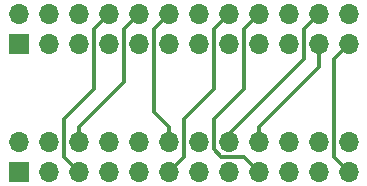
<source format=gtl>
G04 #@! TF.FileFunction,Copper,L1,Top,Signal*
%FSLAX46Y46*%
G04 Gerber Fmt 4.6, Leading zero omitted, Abs format (unit mm)*
G04 Created by KiCad (PCBNEW 4.0.7) date 04/07/18 14:14:11*
%MOMM*%
%LPD*%
G01*
G04 APERTURE LIST*
%ADD10C,0.100000*%
%ADD11R,1.700000X1.700000*%
%ADD12O,1.700000X1.700000*%
%ADD13C,0.304800*%
G04 APERTURE END LIST*
D10*
D11*
X3302000Y2413000D03*
D12*
X3302000Y4953000D03*
X5842000Y2413000D03*
X5842000Y4953000D03*
X8382000Y2413000D03*
X8382000Y4953000D03*
X10922000Y2413000D03*
X10922000Y4953000D03*
X13462000Y2413000D03*
X13462000Y4953000D03*
X16002000Y2413000D03*
X16002000Y4953000D03*
X18542000Y2413000D03*
X18542000Y4953000D03*
X21082000Y2413000D03*
X21082000Y4953000D03*
X23622000Y2413000D03*
X23622000Y4953000D03*
X26162000Y2413000D03*
X26162000Y4953000D03*
X28702000Y2413000D03*
X28702000Y4953000D03*
X31242000Y2413000D03*
X31242000Y4953000D03*
D11*
X3302000Y13208000D03*
D12*
X3302000Y15748000D03*
X5842000Y13208000D03*
X5842000Y15748000D03*
X8382000Y13208000D03*
X8382000Y15748000D03*
X10922000Y13208000D03*
X10922000Y15748000D03*
X13462000Y13208000D03*
X13462000Y15748000D03*
X16002000Y13208000D03*
X16002000Y15748000D03*
X18542000Y13208000D03*
X18542000Y15748000D03*
X21082000Y13208000D03*
X21082000Y15748000D03*
X23622000Y13208000D03*
X23622000Y15748000D03*
X26162000Y13208000D03*
X26162000Y15748000D03*
X28702000Y13208000D03*
X28702000Y15748000D03*
X31242000Y13208000D03*
X31242000Y15748000D03*
D13*
X8382000Y2413000D02*
X7112000Y3683000D01*
X9652000Y14478000D02*
X10922000Y15748000D01*
X9652000Y9398000D02*
X9652000Y14478000D01*
X7112000Y6858000D02*
X9652000Y9398000D01*
X7112000Y3683000D02*
X7112000Y6858000D01*
X8382000Y4953000D02*
X8382000Y6223000D01*
X12192000Y14478000D02*
X13462000Y15748000D01*
X12192000Y10033000D02*
X12192000Y14478000D01*
X8382000Y6223000D02*
X12192000Y10033000D01*
X16002000Y2413000D02*
X17272000Y3683000D01*
X19812000Y14478000D02*
X21082000Y15748000D01*
X19812000Y9398000D02*
X19812000Y14478000D01*
X17272000Y6858000D02*
X19812000Y9398000D01*
X17272000Y3683000D02*
X17272000Y6858000D01*
X16002000Y4953000D02*
X16002000Y6223000D01*
X14732000Y14478000D02*
X16002000Y15748000D01*
X14732000Y7493000D02*
X14732000Y14478000D01*
X16002000Y6223000D02*
X14732000Y7493000D01*
X21082000Y4953000D02*
X21082000Y5588000D01*
X21082000Y5588000D02*
X27432000Y11938000D01*
X27432000Y14478000D02*
X28702000Y15748000D01*
X27432000Y11938000D02*
X27432000Y14478000D01*
X22352000Y14478000D02*
X23622000Y15748000D01*
X22352000Y9398000D02*
X22352000Y14478000D01*
X19812000Y6858000D02*
X22352000Y9398000D01*
X19812000Y4318000D02*
X19812000Y6858000D01*
X20447000Y3683000D02*
X19812000Y4318000D01*
X22352000Y3683000D02*
X20447000Y3683000D01*
X23622000Y2413000D02*
X22352000Y3683000D01*
X23622000Y6223000D02*
X28702000Y11303000D01*
X23622000Y4953000D02*
X23622000Y6223000D01*
X28702000Y11303000D02*
X28702000Y13208000D01*
X23622000Y4953000D02*
X23622000Y5588000D01*
X31242000Y2413000D02*
X29972000Y3683000D01*
X29972000Y11938000D02*
X31242000Y13208000D01*
X29972000Y3683000D02*
X29972000Y11938000D01*
M02*

</source>
